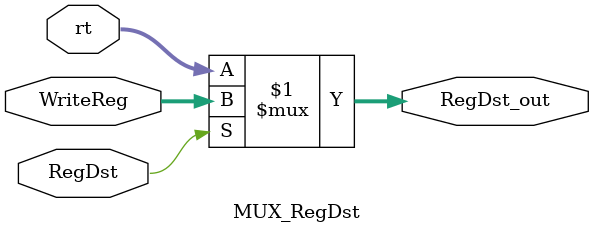
<source format=sv>
module MUX_RegDst(
	input logic RegDst,
	input logic [4:0] WriteReg,
	input logic [4:0] rt,
	output logic [4:0] RegDst_out
	);
	assign RegDst_out = RegDst ? WriteReg : rt;
endmodule
</source>
